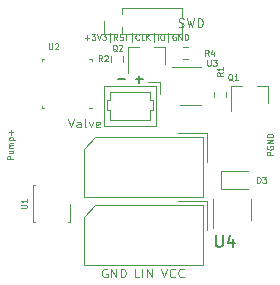
<source format=gto>
%TF.GenerationSoftware,KiCad,Pcbnew,(5.1.8)-1*%
%TF.CreationDate,2020-11-23T23:28:54+01:00*%
%TF.ProjectId,KLinPump_PCB,4b4c696e-5075-46d7-905f-5043422e6b69,rev?*%
%TF.SameCoordinates,PX6a9eec0PY52f83c0*%
%TF.FileFunction,Legend,Top*%
%TF.FilePolarity,Positive*%
%FSLAX46Y46*%
G04 Gerber Fmt 4.6, Leading zero omitted, Abs format (unit mm)*
G04 Created by KiCad (PCBNEW (5.1.8)-1) date 2020-11-23 23:28:54*
%MOMM*%
%LPD*%
G01*
G04 APERTURE LIST*
%ADD10C,0.100000*%
%ADD11C,0.187500*%
%ADD12C,0.125000*%
%ADD13C,0.120000*%
%ADD14C,0.150000*%
G04 APERTURE END LIST*
D10*
X15682142Y-3003571D02*
X15789285Y-3039285D01*
X15967857Y-3039285D01*
X16039285Y-3003571D01*
X16075000Y-2967857D01*
X16110714Y-2896428D01*
X16110714Y-2825000D01*
X16075000Y-2753571D01*
X16039285Y-2717857D01*
X15967857Y-2682142D01*
X15825000Y-2646428D01*
X15753571Y-2610714D01*
X15717857Y-2575000D01*
X15682142Y-2503571D01*
X15682142Y-2432142D01*
X15717857Y-2360714D01*
X15753571Y-2325000D01*
X15825000Y-2289285D01*
X16003571Y-2289285D01*
X16110714Y-2325000D01*
X16360714Y-2289285D02*
X16539285Y-3039285D01*
X16682142Y-2503571D01*
X16825000Y-3039285D01*
X17003571Y-2289285D01*
X17289285Y-3039285D02*
X17289285Y-2289285D01*
X17467857Y-2289285D01*
X17575000Y-2325000D01*
X17646428Y-2396428D01*
X17682142Y-2467857D01*
X17717857Y-2610714D01*
X17717857Y-2717857D01*
X17682142Y-2860714D01*
X17646428Y-2932142D01*
X17575000Y-3003571D01*
X17467857Y-3039285D01*
X17289285Y-3039285D01*
X6307142Y-10789285D02*
X6557142Y-11539285D01*
X6807142Y-10789285D01*
X7378571Y-11539285D02*
X7378571Y-11146428D01*
X7342857Y-11075000D01*
X7271428Y-11039285D01*
X7128571Y-11039285D01*
X7057142Y-11075000D01*
X7378571Y-11503571D02*
X7307142Y-11539285D01*
X7128571Y-11539285D01*
X7057142Y-11503571D01*
X7021428Y-11432142D01*
X7021428Y-11360714D01*
X7057142Y-11289285D01*
X7128571Y-11253571D01*
X7307142Y-11253571D01*
X7378571Y-11217857D01*
X7842857Y-11539285D02*
X7771428Y-11503571D01*
X7735714Y-11432142D01*
X7735714Y-10789285D01*
X8057142Y-11039285D02*
X8235714Y-11539285D01*
X8414285Y-11039285D01*
X8985714Y-11503571D02*
X8914285Y-11539285D01*
X8771428Y-11539285D01*
X8700000Y-11503571D01*
X8664285Y-11432142D01*
X8664285Y-11146428D01*
X8700000Y-11075000D01*
X8771428Y-11039285D01*
X8914285Y-11039285D01*
X8985714Y-11075000D01*
X9021428Y-11146428D01*
X9021428Y-11217857D01*
X8664285Y-11289285D01*
D11*
X12635714Y-7446428D02*
X12064285Y-7446428D01*
X12350000Y-7160714D02*
X12350000Y-7732142D01*
X11135714Y-7446428D02*
X10564285Y-7446428D01*
D10*
X7742857Y-3935714D02*
X8123809Y-3935714D01*
X7933333Y-4126190D02*
X7933333Y-3745238D01*
X8314285Y-3626190D02*
X8623809Y-3626190D01*
X8457142Y-3816666D01*
X8528571Y-3816666D01*
X8576190Y-3840476D01*
X8600000Y-3864285D01*
X8623809Y-3911904D01*
X8623809Y-4030952D01*
X8600000Y-4078571D01*
X8576190Y-4102380D01*
X8528571Y-4126190D01*
X8385714Y-4126190D01*
X8338095Y-4102380D01*
X8314285Y-4078571D01*
X8766666Y-3626190D02*
X8933333Y-4126190D01*
X9100000Y-3626190D01*
X9219047Y-3626190D02*
X9528571Y-3626190D01*
X9361904Y-3816666D01*
X9433333Y-3816666D01*
X9480952Y-3840476D01*
X9504761Y-3864285D01*
X9528571Y-3911904D01*
X9528571Y-4030952D01*
X9504761Y-4078571D01*
X9480952Y-4102380D01*
X9433333Y-4126190D01*
X9290476Y-4126190D01*
X9242857Y-4102380D01*
X9219047Y-4078571D01*
X9861904Y-4292857D02*
X9861904Y-3578571D01*
X10504761Y-4126190D02*
X10338095Y-3888095D01*
X10219047Y-4126190D02*
X10219047Y-3626190D01*
X10409523Y-3626190D01*
X10457142Y-3650000D01*
X10480952Y-3673809D01*
X10504761Y-3721428D01*
X10504761Y-3792857D01*
X10480952Y-3840476D01*
X10457142Y-3864285D01*
X10409523Y-3888095D01*
X10219047Y-3888095D01*
X10695238Y-4102380D02*
X10766666Y-4126190D01*
X10885714Y-4126190D01*
X10933333Y-4102380D01*
X10957142Y-4078571D01*
X10980952Y-4030952D01*
X10980952Y-3983333D01*
X10957142Y-3935714D01*
X10933333Y-3911904D01*
X10885714Y-3888095D01*
X10790476Y-3864285D01*
X10742857Y-3840476D01*
X10719047Y-3816666D01*
X10695238Y-3769047D01*
X10695238Y-3721428D01*
X10719047Y-3673809D01*
X10742857Y-3650000D01*
X10790476Y-3626190D01*
X10909523Y-3626190D01*
X10980952Y-3650000D01*
X11123809Y-3626190D02*
X11409523Y-3626190D01*
X11266666Y-4126190D02*
X11266666Y-3626190D01*
X11695238Y-4292857D02*
X11695238Y-3578571D01*
X12338095Y-4078571D02*
X12314285Y-4102380D01*
X12242857Y-4126190D01*
X12195238Y-4126190D01*
X12123809Y-4102380D01*
X12076190Y-4054761D01*
X12052380Y-4007142D01*
X12028571Y-3911904D01*
X12028571Y-3840476D01*
X12052380Y-3745238D01*
X12076190Y-3697619D01*
X12123809Y-3650000D01*
X12195238Y-3626190D01*
X12242857Y-3626190D01*
X12314285Y-3650000D01*
X12338095Y-3673809D01*
X12790476Y-4126190D02*
X12552380Y-4126190D01*
X12552380Y-3626190D01*
X12957142Y-4126190D02*
X12957142Y-3626190D01*
X13242857Y-4126190D02*
X13028571Y-3840476D01*
X13242857Y-3626190D02*
X12957142Y-3911904D01*
X13576190Y-4292857D02*
X13576190Y-3578571D01*
X13933333Y-4126190D02*
X13933333Y-3626190D01*
X14266666Y-3626190D02*
X14361904Y-3626190D01*
X14409523Y-3650000D01*
X14457142Y-3697619D01*
X14480952Y-3792857D01*
X14480952Y-3959523D01*
X14457142Y-4054761D01*
X14409523Y-4102380D01*
X14361904Y-4126190D01*
X14266666Y-4126190D01*
X14219047Y-4102380D01*
X14171428Y-4054761D01*
X14147619Y-3959523D01*
X14147619Y-3792857D01*
X14171428Y-3697619D01*
X14219047Y-3650000D01*
X14266666Y-3626190D01*
X14814285Y-4292857D02*
X14814285Y-3578571D01*
X15433333Y-3650000D02*
X15385714Y-3626190D01*
X15314285Y-3626190D01*
X15242857Y-3650000D01*
X15195238Y-3697619D01*
X15171428Y-3745238D01*
X15147619Y-3840476D01*
X15147619Y-3911904D01*
X15171428Y-4007142D01*
X15195238Y-4054761D01*
X15242857Y-4102380D01*
X15314285Y-4126190D01*
X15361904Y-4126190D01*
X15433333Y-4102380D01*
X15457142Y-4078571D01*
X15457142Y-3911904D01*
X15361904Y-3911904D01*
X15671428Y-4126190D02*
X15671428Y-3626190D01*
X15957142Y-4126190D01*
X15957142Y-3626190D01*
X16195238Y-4126190D02*
X16195238Y-3626190D01*
X16314285Y-3626190D01*
X16385714Y-3650000D01*
X16433333Y-3697619D01*
X16457142Y-3745238D01*
X16480952Y-3840476D01*
X16480952Y-3911904D01*
X16457142Y-4007142D01*
X16433333Y-4054761D01*
X16385714Y-4102380D01*
X16314285Y-4126190D01*
X16195238Y-4126190D01*
D12*
X9628571Y-23525000D02*
X9557142Y-23489285D01*
X9450000Y-23489285D01*
X9342857Y-23525000D01*
X9271428Y-23596428D01*
X9235714Y-23667857D01*
X9200000Y-23810714D01*
X9200000Y-23917857D01*
X9235714Y-24060714D01*
X9271428Y-24132142D01*
X9342857Y-24203571D01*
X9450000Y-24239285D01*
X9521428Y-24239285D01*
X9628571Y-24203571D01*
X9664285Y-24167857D01*
X9664285Y-23917857D01*
X9521428Y-23917857D01*
X9985714Y-24239285D02*
X9985714Y-23489285D01*
X10414285Y-24239285D01*
X10414285Y-23489285D01*
X10771428Y-24239285D02*
X10771428Y-23489285D01*
X10950000Y-23489285D01*
X11057142Y-23525000D01*
X11128571Y-23596428D01*
X11164285Y-23667857D01*
X11200000Y-23810714D01*
X11200000Y-23917857D01*
X11164285Y-24060714D01*
X11128571Y-24132142D01*
X11057142Y-24203571D01*
X10950000Y-24239285D01*
X10771428Y-24239285D01*
X12360714Y-24239285D02*
X12003571Y-24239285D01*
X12003571Y-23489285D01*
X12610714Y-24239285D02*
X12610714Y-23489285D01*
X12967857Y-24239285D02*
X12967857Y-23489285D01*
X13396428Y-24239285D01*
X13396428Y-23489285D01*
X14200000Y-23489285D02*
X14450000Y-24239285D01*
X14700000Y-23489285D01*
X15378571Y-24167857D02*
X15342857Y-24203571D01*
X15235714Y-24239285D01*
X15164285Y-24239285D01*
X15057142Y-24203571D01*
X14985714Y-24132142D01*
X14950000Y-24060714D01*
X14914285Y-23917857D01*
X14914285Y-23810714D01*
X14950000Y-23667857D01*
X14985714Y-23596428D01*
X15057142Y-23525000D01*
X15164285Y-23489285D01*
X15235714Y-23489285D01*
X15342857Y-23525000D01*
X15378571Y-23560714D01*
X16128571Y-24167857D02*
X16092857Y-24203571D01*
X15985714Y-24239285D01*
X15914285Y-24239285D01*
X15807142Y-24203571D01*
X15735714Y-24132142D01*
X15700000Y-24060714D01*
X15664285Y-23917857D01*
X15664285Y-23810714D01*
X15700000Y-23667857D01*
X15735714Y-23596428D01*
X15807142Y-23525000D01*
X15914285Y-23489285D01*
X15985714Y-23489285D01*
X16092857Y-23525000D01*
X16128571Y-23560714D01*
D13*
%TO.C,SWD1*%
X9400000Y-3610000D02*
X9400000Y-2500000D01*
X10160000Y-3610000D02*
X9400000Y-3610000D01*
X10920000Y-1936529D02*
X10920000Y-1390000D01*
X10920000Y-3610000D02*
X10920000Y-3063471D01*
X10920000Y-1390000D02*
X15935000Y-1390000D01*
X10920000Y-3610000D02*
X15935000Y-3610000D01*
X15935000Y-2192470D02*
X15935000Y-1390000D01*
X15935000Y-3610000D02*
X15935000Y-2807530D01*
%TO.C,VALVE1*%
X13810000Y-11410000D02*
X13810000Y-7990000D01*
X13810000Y-7990000D02*
X9340000Y-7990000D01*
X9340000Y-7990000D02*
X9340000Y-11410000D01*
X9340000Y-11410000D02*
X13810000Y-11410000D01*
X11575000Y-8500000D02*
X13300000Y-8500000D01*
X13300000Y-8500000D02*
X13300000Y-9250000D01*
X13300000Y-9250000D02*
X13500000Y-9250000D01*
X13500000Y-9250000D02*
X13500000Y-10050000D01*
X13500000Y-10050000D02*
X13300000Y-10050000D01*
X13300000Y-10050000D02*
X13300000Y-10900000D01*
X13300000Y-10900000D02*
X11575000Y-10900000D01*
X11575000Y-8500000D02*
X9850000Y-8500000D01*
X9850000Y-8500000D02*
X9850000Y-9250000D01*
X9850000Y-9250000D02*
X9650000Y-9250000D01*
X9650000Y-9250000D02*
X9650000Y-10050000D01*
X9650000Y-10050000D02*
X9850000Y-10050000D01*
X9850000Y-10050000D02*
X9850000Y-10900000D01*
X9850000Y-10900000D02*
X11575000Y-10900000D01*
X14100000Y-7700000D02*
X14100000Y-8700000D01*
X14100000Y-7700000D02*
X13100000Y-7700000D01*
%TO.C,D3*%
X21537500Y-15265000D02*
X19252500Y-15265000D01*
X19252500Y-15265000D02*
X19252500Y-16735000D01*
X19252500Y-16735000D02*
X21537500Y-16735000D01*
%TO.C,KLIN1*%
X17760000Y-17460000D02*
X17760000Y-12340000D01*
X17760000Y-12340000D02*
X8640000Y-12340000D01*
X8640000Y-12340000D02*
X7640000Y-13340000D01*
X7640000Y-13340000D02*
X7640000Y-17460000D01*
X7640000Y-17460000D02*
X17760000Y-17460000D01*
X18060000Y-14450000D02*
X18060000Y-12040000D01*
X18060000Y-12040000D02*
X15650000Y-12040000D01*
%TO.C,KLIN2*%
X18060000Y-17790000D02*
X15650000Y-17790000D01*
X18060000Y-20200000D02*
X18060000Y-17790000D01*
X7640000Y-23210000D02*
X17760000Y-23210000D01*
X7640000Y-19090000D02*
X7640000Y-23210000D01*
X8640000Y-18090000D02*
X7640000Y-19090000D01*
X17760000Y-18090000D02*
X8640000Y-18090000D01*
X17760000Y-23210000D02*
X17760000Y-18090000D01*
%TO.C,Q1*%
X23280000Y-7990000D02*
X23280000Y-9450000D01*
X20120000Y-7990000D02*
X20120000Y-10150000D01*
X20120000Y-7990000D02*
X21050000Y-7990000D01*
X23280000Y-7990000D02*
X22350000Y-7990000D01*
%TO.C,Q2*%
X14555001Y-4740000D02*
X13625001Y-4740000D01*
X11395001Y-4740000D02*
X12325001Y-4740000D01*
X11395001Y-4740000D02*
X11395001Y-6900000D01*
X14555001Y-4740000D02*
X14555001Y-6200000D01*
%TO.C,R1*%
X18677500Y-8987258D02*
X18677500Y-8512742D01*
X19722500Y-8987258D02*
X19722500Y-8512742D01*
%TO.C,R2*%
X10972500Y-5987258D02*
X10972500Y-5512742D01*
X9927500Y-5987258D02*
X9927500Y-5512742D01*
%TO.C,R4*%
X16037742Y-4727500D02*
X16512258Y-4727500D01*
X16037742Y-5772500D02*
X16512258Y-5772500D01*
%TO.C,U1*%
X3390000Y-19560000D02*
X3540000Y-19560000D01*
X3390000Y-16440000D02*
X3390000Y-19560000D01*
X6510000Y-18000000D02*
X6510000Y-19560000D01*
X3390000Y-16440000D02*
X3540000Y-16440000D01*
X6510000Y-19560000D02*
X6360000Y-19560000D01*
%TO.C,U3*%
X15800000Y-9610000D02*
X17600000Y-9610000D01*
X17600000Y-6390000D02*
X15150000Y-6390000D01*
%TO.C,U4*%
X18590000Y-17600000D02*
X18590000Y-20050000D01*
X21810000Y-19400000D02*
X21810000Y-17600000D01*
%TO.C,U2*%
X4315000Y-9922500D02*
X4090000Y-9922500D01*
X4090000Y-9922500D02*
X4090000Y-9697500D01*
X8085000Y-5702500D02*
X8310000Y-5702500D01*
X8310000Y-5702500D02*
X8310000Y-5927500D01*
X4315000Y-5702500D02*
X4090000Y-5702500D01*
X4090000Y-5702500D02*
X4090000Y-5927500D01*
X8085000Y-9922500D02*
X8310000Y-9922500D01*
%TO.C,PGND*%
D10*
X23676190Y-13892857D02*
X23176190Y-13892857D01*
X23176190Y-13702380D01*
X23200000Y-13654761D01*
X23223809Y-13630952D01*
X23271428Y-13607142D01*
X23342857Y-13607142D01*
X23390476Y-13630952D01*
X23414285Y-13654761D01*
X23438095Y-13702380D01*
X23438095Y-13892857D01*
X23200000Y-13130952D02*
X23176190Y-13178571D01*
X23176190Y-13250000D01*
X23200000Y-13321428D01*
X23247619Y-13369047D01*
X23295238Y-13392857D01*
X23390476Y-13416666D01*
X23461904Y-13416666D01*
X23557142Y-13392857D01*
X23604761Y-13369047D01*
X23652380Y-13321428D01*
X23676190Y-13250000D01*
X23676190Y-13202380D01*
X23652380Y-13130952D01*
X23628571Y-13107142D01*
X23461904Y-13107142D01*
X23461904Y-13202380D01*
X23676190Y-12892857D02*
X23176190Y-12892857D01*
X23676190Y-12607142D01*
X23176190Y-12607142D01*
X23676190Y-12369047D02*
X23176190Y-12369047D01*
X23176190Y-12250000D01*
X23200000Y-12178571D01*
X23247619Y-12130952D01*
X23295238Y-12107142D01*
X23390476Y-12083333D01*
X23461904Y-12083333D01*
X23557142Y-12107142D01*
X23604761Y-12130952D01*
X23652380Y-12178571D01*
X23676190Y-12250000D01*
X23676190Y-12369047D01*
%TO.C,Pump+*%
X1676190Y-14226190D02*
X1176190Y-14226190D01*
X1176190Y-14035714D01*
X1200000Y-13988095D01*
X1223809Y-13964285D01*
X1271428Y-13940476D01*
X1342857Y-13940476D01*
X1390476Y-13964285D01*
X1414285Y-13988095D01*
X1438095Y-14035714D01*
X1438095Y-14226190D01*
X1342857Y-13511904D02*
X1676190Y-13511904D01*
X1342857Y-13726190D02*
X1604761Y-13726190D01*
X1652380Y-13702380D01*
X1676190Y-13654761D01*
X1676190Y-13583333D01*
X1652380Y-13535714D01*
X1628571Y-13511904D01*
X1676190Y-13273809D02*
X1342857Y-13273809D01*
X1390476Y-13273809D02*
X1366666Y-13250000D01*
X1342857Y-13202380D01*
X1342857Y-13130952D01*
X1366666Y-13083333D01*
X1414285Y-13059523D01*
X1676190Y-13059523D01*
X1414285Y-13059523D02*
X1366666Y-13035714D01*
X1342857Y-12988095D01*
X1342857Y-12916666D01*
X1366666Y-12869047D01*
X1414285Y-12845238D01*
X1676190Y-12845238D01*
X1342857Y-12607142D02*
X1842857Y-12607142D01*
X1366666Y-12607142D02*
X1342857Y-12559523D01*
X1342857Y-12464285D01*
X1366666Y-12416666D01*
X1390476Y-12392857D01*
X1438095Y-12369047D01*
X1580952Y-12369047D01*
X1628571Y-12392857D01*
X1652380Y-12416666D01*
X1676190Y-12464285D01*
X1676190Y-12559523D01*
X1652380Y-12607142D01*
X1485714Y-12154761D02*
X1485714Y-11773809D01*
X1676190Y-11964285D02*
X1295238Y-11964285D01*
%TO.C,D3*%
X22330952Y-16226190D02*
X22330952Y-15726190D01*
X22450000Y-15726190D01*
X22521428Y-15750000D01*
X22569047Y-15797619D01*
X22592857Y-15845238D01*
X22616666Y-15940476D01*
X22616666Y-16011904D01*
X22592857Y-16107142D01*
X22569047Y-16154761D01*
X22521428Y-16202380D01*
X22450000Y-16226190D01*
X22330952Y-16226190D01*
X22783333Y-15726190D02*
X23092857Y-15726190D01*
X22926190Y-15916666D01*
X22997619Y-15916666D01*
X23045238Y-15940476D01*
X23069047Y-15964285D01*
X23092857Y-16011904D01*
X23092857Y-16130952D01*
X23069047Y-16178571D01*
X23045238Y-16202380D01*
X22997619Y-16226190D01*
X22854761Y-16226190D01*
X22807142Y-16202380D01*
X22783333Y-16178571D01*
%TO.C,Q1*%
X20252380Y-7573809D02*
X20204761Y-7550000D01*
X20157142Y-7502380D01*
X20085714Y-7430952D01*
X20038095Y-7407142D01*
X19990476Y-7407142D01*
X20014285Y-7526190D02*
X19966666Y-7502380D01*
X19919047Y-7454761D01*
X19895238Y-7359523D01*
X19895238Y-7192857D01*
X19919047Y-7097619D01*
X19966666Y-7050000D01*
X20014285Y-7026190D01*
X20109523Y-7026190D01*
X20157142Y-7050000D01*
X20204761Y-7097619D01*
X20228571Y-7192857D01*
X20228571Y-7359523D01*
X20204761Y-7454761D01*
X20157142Y-7502380D01*
X20109523Y-7526190D01*
X20014285Y-7526190D01*
X20704761Y-7526190D02*
X20419047Y-7526190D01*
X20561904Y-7526190D02*
X20561904Y-7026190D01*
X20514285Y-7097619D01*
X20466666Y-7145238D01*
X20419047Y-7169047D01*
%TO.C,Q2*%
X10452380Y-5073809D02*
X10404761Y-5050000D01*
X10357142Y-5002380D01*
X10285714Y-4930952D01*
X10238095Y-4907142D01*
X10190476Y-4907142D01*
X10214285Y-5026190D02*
X10166666Y-5002380D01*
X10119047Y-4954761D01*
X10095238Y-4859523D01*
X10095238Y-4692857D01*
X10119047Y-4597619D01*
X10166666Y-4550000D01*
X10214285Y-4526190D01*
X10309523Y-4526190D01*
X10357142Y-4550000D01*
X10404761Y-4597619D01*
X10428571Y-4692857D01*
X10428571Y-4859523D01*
X10404761Y-4954761D01*
X10357142Y-5002380D01*
X10309523Y-5026190D01*
X10214285Y-5026190D01*
X10619047Y-4573809D02*
X10642857Y-4550000D01*
X10690476Y-4526190D01*
X10809523Y-4526190D01*
X10857142Y-4550000D01*
X10880952Y-4573809D01*
X10904761Y-4621428D01*
X10904761Y-4669047D01*
X10880952Y-4740476D01*
X10595238Y-5026190D01*
X10904761Y-5026190D01*
%TO.C,R1*%
X19426190Y-6883333D02*
X19188095Y-7050000D01*
X19426190Y-7169047D02*
X18926190Y-7169047D01*
X18926190Y-6978571D01*
X18950000Y-6930952D01*
X18973809Y-6907142D01*
X19021428Y-6883333D01*
X19092857Y-6883333D01*
X19140476Y-6907142D01*
X19164285Y-6930952D01*
X19188095Y-6978571D01*
X19188095Y-7169047D01*
X19426190Y-6407142D02*
X19426190Y-6692857D01*
X19426190Y-6550000D02*
X18926190Y-6550000D01*
X18997619Y-6597619D01*
X19045238Y-6645238D01*
X19069047Y-6692857D01*
%TO.C,R2*%
X9216666Y-5926190D02*
X9050000Y-5688095D01*
X8930952Y-5926190D02*
X8930952Y-5426190D01*
X9121428Y-5426190D01*
X9169047Y-5450000D01*
X9192857Y-5473809D01*
X9216666Y-5521428D01*
X9216666Y-5592857D01*
X9192857Y-5640476D01*
X9169047Y-5664285D01*
X9121428Y-5688095D01*
X8930952Y-5688095D01*
X9407142Y-5473809D02*
X9430952Y-5450000D01*
X9478571Y-5426190D01*
X9597619Y-5426190D01*
X9645238Y-5450000D01*
X9669047Y-5473809D01*
X9692857Y-5521428D01*
X9692857Y-5569047D01*
X9669047Y-5640476D01*
X9383333Y-5926190D01*
X9692857Y-5926190D01*
%TO.C,R4*%
X18216666Y-5476190D02*
X18050000Y-5238095D01*
X17930952Y-5476190D02*
X17930952Y-4976190D01*
X18121428Y-4976190D01*
X18169047Y-5000000D01*
X18192857Y-5023809D01*
X18216666Y-5071428D01*
X18216666Y-5142857D01*
X18192857Y-5190476D01*
X18169047Y-5214285D01*
X18121428Y-5238095D01*
X17930952Y-5238095D01*
X18645238Y-5142857D02*
X18645238Y-5476190D01*
X18526190Y-4952380D02*
X18407142Y-5309523D01*
X18716666Y-5309523D01*
%TO.C,U1*%
X2326190Y-18380952D02*
X2730952Y-18380952D01*
X2778571Y-18357142D01*
X2802380Y-18333333D01*
X2826190Y-18285714D01*
X2826190Y-18190476D01*
X2802380Y-18142857D01*
X2778571Y-18119047D01*
X2730952Y-18095238D01*
X2326190Y-18095238D01*
X2826190Y-17595238D02*
X2826190Y-17880952D01*
X2826190Y-17738095D02*
X2326190Y-17738095D01*
X2397619Y-17785714D01*
X2445238Y-17833333D01*
X2469047Y-17880952D01*
%TO.C,U3*%
D12*
X18119047Y-5826190D02*
X18119047Y-6230952D01*
X18142857Y-6278571D01*
X18166666Y-6302380D01*
X18214285Y-6326190D01*
X18309523Y-6326190D01*
X18357142Y-6302380D01*
X18380952Y-6278571D01*
X18404761Y-6230952D01*
X18404761Y-5826190D01*
X18595238Y-5826190D02*
X18904761Y-5826190D01*
X18738095Y-6016666D01*
X18809523Y-6016666D01*
X18857142Y-6040476D01*
X18880952Y-6064285D01*
X18904761Y-6111904D01*
X18904761Y-6230952D01*
X18880952Y-6278571D01*
X18857142Y-6302380D01*
X18809523Y-6326190D01*
X18666666Y-6326190D01*
X18619047Y-6302380D01*
X18595238Y-6278571D01*
%TO.C,U4*%
D14*
X18838095Y-20652380D02*
X18838095Y-21461904D01*
X18885714Y-21557142D01*
X18933333Y-21604761D01*
X19028571Y-21652380D01*
X19219047Y-21652380D01*
X19314285Y-21604761D01*
X19361904Y-21557142D01*
X19409523Y-21461904D01*
X19409523Y-20652380D01*
X20314285Y-20985714D02*
X20314285Y-21652380D01*
X20076190Y-20604761D02*
X19838095Y-21319047D01*
X20457142Y-21319047D01*
%TO.C,U2*%
D10*
X4719047Y-4426190D02*
X4719047Y-4830952D01*
X4742857Y-4878571D01*
X4766666Y-4902380D01*
X4814285Y-4926190D01*
X4909523Y-4926190D01*
X4957142Y-4902380D01*
X4980952Y-4878571D01*
X5004761Y-4830952D01*
X5004761Y-4426190D01*
X5219047Y-4473809D02*
X5242857Y-4450000D01*
X5290476Y-4426190D01*
X5409523Y-4426190D01*
X5457142Y-4450000D01*
X5480952Y-4473809D01*
X5504761Y-4521428D01*
X5504761Y-4569047D01*
X5480952Y-4640476D01*
X5195238Y-4926190D01*
X5504761Y-4926190D01*
%TD*%
M02*

</source>
